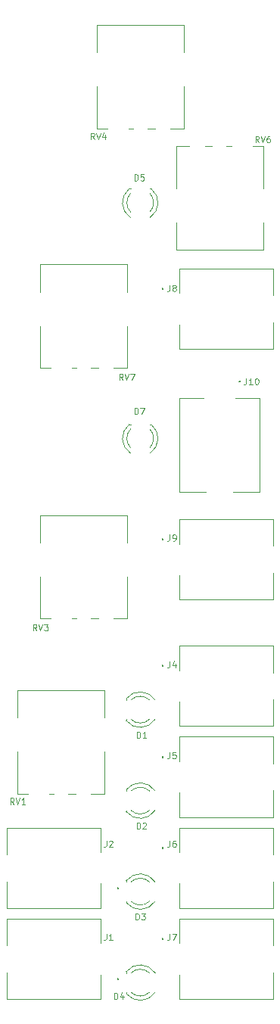
<source format=gbr>
G04 #@! TF.GenerationSoftware,KiCad,Pcbnew,(5.1.5)-3*
G04 #@! TF.CreationDate,2020-07-23T18:35:05-07:00*
G04 #@! TF.ProjectId,vcf-20,7663662d-3230-42e6-9b69-6361645f7063,rev?*
G04 #@! TF.SameCoordinates,Original*
G04 #@! TF.FileFunction,Legend,Top*
G04 #@! TF.FilePolarity,Positive*
%FSLAX46Y46*%
G04 Gerber Fmt 4.6, Leading zero omitted, Abs format (unit mm)*
G04 Created by KiCad (PCBNEW (5.1.5)-3) date 2020-07-23 18:35:05*
%MOMM*%
%LPD*%
G04 APERTURE LIST*
%ADD10C,0.120000*%
%ADD11C,0.200000*%
%ADD12C,0.100000*%
G04 APERTURE END LIST*
D10*
X16281130Y-108628837D02*
G75*
G02X14199039Y-108629000I-1041130J1079837D01*
G01*
X16281130Y-106469163D02*
G75*
G03X14199039Y-106469000I-1041130J-1079837D01*
G01*
X16912335Y-108627608D02*
G75*
G02X13680000Y-108784516I-1672335J1078608D01*
G01*
X16912335Y-106470392D02*
G75*
G03X13680000Y-106313484I-1672335J-1078608D01*
G01*
X13680000Y-108629000D02*
X13680000Y-108785000D01*
X13680000Y-106313000D02*
X13680000Y-106469000D01*
D11*
X17740000Y-112880000D02*
G75*
G02X17740000Y-112780000I0J50000D01*
G01*
X17740000Y-112780000D02*
G75*
G02X17740000Y-112880000I0J-50000D01*
G01*
X17740000Y-112880000D02*
G75*
G02X17740000Y-112780000I0J50000D01*
G01*
X17740000Y-112780000D02*
X17740000Y-112780000D01*
X17740000Y-112880000D02*
X17740000Y-112880000D01*
X17740000Y-112780000D02*
X17740000Y-112780000D01*
D12*
X30120000Y-119580000D02*
X30120000Y-119580000D01*
X30120000Y-116580000D02*
X30120000Y-119580000D01*
X30120000Y-116580000D02*
X30120000Y-116580000D01*
X30120000Y-119580000D02*
X30120000Y-116580000D01*
X30120000Y-119580000D02*
X19620000Y-119580000D01*
X30120000Y-119580000D02*
X30120000Y-119580000D01*
X19620000Y-119580000D02*
X30120000Y-119580000D01*
X19620000Y-119580000D02*
X19620000Y-119580000D01*
X19640000Y-116830000D02*
X19640000Y-116830000D01*
X19640000Y-119580000D02*
X19640000Y-116830000D01*
X19640000Y-119580000D02*
X19640000Y-119580000D01*
X19640000Y-116830000D02*
X19640000Y-119580000D01*
X19620000Y-110580000D02*
X19620000Y-110580000D01*
X19620000Y-113330000D02*
X19620000Y-110580000D01*
X19620000Y-113330000D02*
X19620000Y-113330000D01*
X19620000Y-110580000D02*
X19620000Y-113330000D01*
X19620000Y-110580000D02*
X30120000Y-110580000D01*
X19620000Y-110580000D02*
X19620000Y-110580000D01*
X30120000Y-110580000D02*
X19620000Y-110580000D01*
X30120000Y-110580000D02*
X30120000Y-110580000D01*
X30120000Y-113580000D02*
X30120000Y-113580000D01*
X30120000Y-110580000D02*
X30120000Y-113580000D01*
X30120000Y-110580000D02*
X30120000Y-110580000D01*
X30120000Y-113580000D02*
X30120000Y-110580000D01*
D10*
X10550000Y-77010400D02*
X9720000Y-77010400D01*
X8100000Y-77010400D02*
X7570000Y-77010400D01*
X5200000Y-77010400D02*
X4020000Y-77010400D01*
X13760000Y-77010400D02*
X13760000Y-72290400D01*
X4020000Y-68480400D02*
X4020000Y-65420400D01*
X4010000Y-77010400D02*
X4010000Y-72290400D01*
X13760000Y-68480400D02*
X13760000Y-65420400D01*
X13760000Y-77010400D02*
X12270000Y-77010400D01*
X13760000Y-65420400D02*
X4020000Y-65420400D01*
D11*
X12730000Y-107100000D02*
G75*
G02X12730000Y-107200000I0J-50000D01*
G01*
X12730000Y-107200000D02*
G75*
G02X12730000Y-107100000I0J50000D01*
G01*
X12730000Y-107100000D02*
G75*
G02X12730000Y-107200000I0J-50000D01*
G01*
X12730000Y-107200000D02*
X12730000Y-107200000D01*
X12730000Y-107100000D02*
X12730000Y-107100000D01*
X12730000Y-107200000D02*
X12730000Y-107200000D01*
D12*
X350000Y-100400000D02*
X350000Y-100400000D01*
X350000Y-103400000D02*
X350000Y-100400000D01*
X350000Y-103400000D02*
X350000Y-103400000D01*
X350000Y-100400000D02*
X350000Y-103400000D01*
X350000Y-100400000D02*
X10850000Y-100400000D01*
X350000Y-100400000D02*
X350000Y-100400000D01*
X10850000Y-100400000D02*
X350000Y-100400000D01*
X10850000Y-100400000D02*
X10850000Y-100400000D01*
X10830000Y-103150000D02*
X10830000Y-103150000D01*
X10830000Y-100400000D02*
X10830000Y-103150000D01*
X10830000Y-100400000D02*
X10830000Y-100400000D01*
X10830000Y-103150000D02*
X10830000Y-100400000D01*
X10850000Y-109400000D02*
X10850000Y-109400000D01*
X10850000Y-106650000D02*
X10850000Y-109400000D01*
X10850000Y-106650000D02*
X10850000Y-106650000D01*
X10850000Y-109400000D02*
X10850000Y-106650000D01*
X10850000Y-109400000D02*
X350000Y-109400000D01*
X10850000Y-109400000D02*
X10850000Y-109400000D01*
X350000Y-109400000D02*
X10850000Y-109400000D01*
X350000Y-109400000D02*
X350000Y-109400000D01*
X350000Y-106400000D02*
X350000Y-106400000D01*
X350000Y-109400000D02*
X350000Y-106400000D01*
X350000Y-109400000D02*
X350000Y-109400000D01*
X350000Y-106400000D02*
X350000Y-109400000D01*
D11*
X26320000Y-50470000D02*
G75*
G02X26420000Y-50470000I50000J0D01*
G01*
X26420000Y-50470000D02*
G75*
G02X26320000Y-50470000I-50000J0D01*
G01*
X26320000Y-50470000D02*
G75*
G02X26420000Y-50470000I50000J0D01*
G01*
X26420000Y-50470000D02*
X26420000Y-50470000D01*
X26320000Y-50470000D02*
X26320000Y-50470000D01*
X26420000Y-50470000D02*
X26420000Y-50470000D01*
D12*
X19620000Y-62850000D02*
X19620000Y-62850000D01*
X22620000Y-62850000D02*
X19620000Y-62850000D01*
X22620000Y-62850000D02*
X22620000Y-62850000D01*
X19620000Y-62850000D02*
X22620000Y-62850000D01*
X19620000Y-62850000D02*
X19620000Y-52350000D01*
X19620000Y-62850000D02*
X19620000Y-62850000D01*
X19620000Y-52350000D02*
X19620000Y-62850000D01*
X19620000Y-52350000D02*
X19620000Y-52350000D01*
X22370000Y-52370000D02*
X22370000Y-52370000D01*
X19620000Y-52370000D02*
X22370000Y-52370000D01*
X19620000Y-52370000D02*
X19620000Y-52370000D01*
X22370000Y-52370000D02*
X19620000Y-52370000D01*
X28620000Y-52350000D02*
X28620000Y-52350000D01*
X25870000Y-52350000D02*
X28620000Y-52350000D01*
X25870000Y-52350000D02*
X25870000Y-52350000D01*
X28620000Y-52350000D02*
X25870000Y-52350000D01*
X28620000Y-52350000D02*
X28620000Y-62850000D01*
X28620000Y-52350000D02*
X28620000Y-52350000D01*
X28620000Y-62850000D02*
X28620000Y-52350000D01*
X28620000Y-62850000D02*
X28620000Y-62850000D01*
X25620000Y-62850000D02*
X25620000Y-62850000D01*
X28620000Y-62850000D02*
X25620000Y-62850000D01*
X28620000Y-62850000D02*
X28620000Y-62850000D01*
X25620000Y-62850000D02*
X28620000Y-62850000D01*
D10*
X10550000Y-48980000D02*
X9720000Y-48980000D01*
X8100000Y-48980000D02*
X7570000Y-48980000D01*
X5200000Y-48980000D02*
X4020000Y-48980000D01*
X13760000Y-48980000D02*
X13760000Y-44260000D01*
X4020000Y-40450000D02*
X4020000Y-37390000D01*
X4010000Y-48980000D02*
X4010000Y-44260000D01*
X13760000Y-40450000D02*
X13760000Y-37390000D01*
X13760000Y-48980000D02*
X12270000Y-48980000D01*
X13760000Y-37390000D02*
X4020000Y-37390000D01*
X14160163Y-57886330D02*
G75*
G02X14160000Y-55804239I1079837J1041130D01*
G01*
X16319837Y-57886330D02*
G75*
G03X16320000Y-55804239I-1079837J1041130D01*
G01*
X14161392Y-58517535D02*
G75*
G02X14004484Y-55285200I1078608J1672335D01*
G01*
X16318608Y-58517535D02*
G75*
G03X16475516Y-55285200I-1078608J1672335D01*
G01*
X14160000Y-55285200D02*
X14004000Y-55285200D01*
X16476000Y-55285200D02*
X16320000Y-55285200D01*
X16281130Y-118808837D02*
G75*
G02X14199039Y-118809000I-1041130J1079837D01*
G01*
X16281130Y-116649163D02*
G75*
G03X14199039Y-116649000I-1041130J-1079837D01*
G01*
X16912335Y-118807608D02*
G75*
G02X13680000Y-118964516I-1672335J1078608D01*
G01*
X16912335Y-116650392D02*
G75*
G03X13680000Y-116493484I-1672335J-1078608D01*
G01*
X13680000Y-118809000D02*
X13680000Y-118965000D01*
X13680000Y-116493000D02*
X13680000Y-116649000D01*
X16281130Y-98448837D02*
G75*
G02X14199039Y-98449000I-1041130J1079837D01*
G01*
X16281130Y-96289163D02*
G75*
G03X14199039Y-96289000I-1041130J-1079837D01*
G01*
X16912335Y-98447608D02*
G75*
G02X13680000Y-98604516I-1672335J1078608D01*
G01*
X16912335Y-96290392D02*
G75*
G03X13680000Y-96133484I-1672335J-1078608D01*
G01*
X13680000Y-98449000D02*
X13680000Y-98605000D01*
X13680000Y-96133000D02*
X13680000Y-96289000D01*
X16281130Y-88268837D02*
G75*
G02X14199039Y-88269000I-1041130J1079837D01*
G01*
X16281130Y-86109163D02*
G75*
G03X14199039Y-86109000I-1041130J-1079837D01*
G01*
X16912335Y-88267608D02*
G75*
G02X13680000Y-88424516I-1672335J1078608D01*
G01*
X16912335Y-86110392D02*
G75*
G03X13680000Y-85953484I-1672335J-1078608D01*
G01*
X13680000Y-88269000D02*
X13680000Y-88425000D01*
X13680000Y-85953000D02*
X13680000Y-86109000D01*
X14160000Y-28920000D02*
X14004000Y-28920000D01*
X16476000Y-28920000D02*
X16320000Y-28920000D01*
X14160163Y-31521130D02*
G75*
G02X14160000Y-29439039I1079837J1041130D01*
G01*
X16319837Y-31521130D02*
G75*
G03X16320000Y-29439039I-1079837J1041130D01*
G01*
X14161392Y-32152335D02*
G75*
G02X14004484Y-28920000I1078608J1672335D01*
G01*
X16318608Y-32152335D02*
G75*
G03X16475516Y-28920000I-1078608J1672335D01*
G01*
X22460000Y-24160000D02*
X23290000Y-24160000D01*
X24910000Y-24160000D02*
X25440000Y-24160000D01*
X27810000Y-24160000D02*
X28990000Y-24160000D01*
X19250000Y-24160000D02*
X19250000Y-28880000D01*
X28990000Y-32690000D02*
X28990000Y-35750000D01*
X29000000Y-24160000D02*
X29000000Y-28880000D01*
X19250000Y-32690000D02*
X19250000Y-35750000D01*
X19250000Y-24160000D02*
X20740000Y-24160000D01*
X19250000Y-35750000D02*
X28990000Y-35750000D01*
X16900000Y-22179800D02*
X16070000Y-22179800D01*
X14450000Y-22179800D02*
X13920000Y-22179800D01*
X11550000Y-22179800D02*
X10370000Y-22179800D01*
X20110000Y-22179800D02*
X20110000Y-17459800D01*
X10370000Y-13649800D02*
X10370000Y-10589800D01*
X10360000Y-22179800D02*
X10360000Y-17459800D01*
X20110000Y-13649800D02*
X20110000Y-10589800D01*
X20110000Y-22179800D02*
X18620000Y-22179800D01*
X20110000Y-10589800D02*
X10370000Y-10589800D01*
X8010000Y-96580000D02*
X7180000Y-96580000D01*
X5560000Y-96580000D02*
X5030000Y-96580000D01*
X2660000Y-96580000D02*
X1480000Y-96580000D01*
X11220000Y-96580000D02*
X11220000Y-91860000D01*
X1480000Y-88050000D02*
X1480000Y-84990000D01*
X1470000Y-96580000D02*
X1470000Y-91860000D01*
X11220000Y-88050000D02*
X11220000Y-84990000D01*
X11220000Y-96580000D02*
X9730000Y-96580000D01*
X11220000Y-84990000D02*
X1480000Y-84990000D01*
D11*
X17740000Y-68190000D02*
G75*
G02X17740000Y-68090000I0J50000D01*
G01*
X17740000Y-68090000D02*
G75*
G02X17740000Y-68190000I0J-50000D01*
G01*
X17740000Y-68190000D02*
G75*
G02X17740000Y-68090000I0J50000D01*
G01*
X17740000Y-68090000D02*
X17740000Y-68090000D01*
X17740000Y-68190000D02*
X17740000Y-68190000D01*
X17740000Y-68090000D02*
X17740000Y-68090000D01*
D12*
X30120000Y-74890000D02*
X30120000Y-74890000D01*
X30120000Y-71890000D02*
X30120000Y-74890000D01*
X30120000Y-71890000D02*
X30120000Y-71890000D01*
X30120000Y-74890000D02*
X30120000Y-71890000D01*
X30120000Y-74890000D02*
X19620000Y-74890000D01*
X30120000Y-74890000D02*
X30120000Y-74890000D01*
X19620000Y-74890000D02*
X30120000Y-74890000D01*
X19620000Y-74890000D02*
X19620000Y-74890000D01*
X19640000Y-72140000D02*
X19640000Y-72140000D01*
X19640000Y-74890000D02*
X19640000Y-72140000D01*
X19640000Y-74890000D02*
X19640000Y-74890000D01*
X19640000Y-72140000D02*
X19640000Y-74890000D01*
X19620000Y-65890000D02*
X19620000Y-65890000D01*
X19620000Y-68640000D02*
X19620000Y-65890000D01*
X19620000Y-68640000D02*
X19620000Y-68640000D01*
X19620000Y-65890000D02*
X19620000Y-68640000D01*
X19620000Y-65890000D02*
X30120000Y-65890000D01*
X19620000Y-65890000D02*
X19620000Y-65890000D01*
X30120000Y-65890000D02*
X19620000Y-65890000D01*
X30120000Y-65890000D02*
X30120000Y-65890000D01*
X30120000Y-68890000D02*
X30120000Y-68890000D01*
X30120000Y-65890000D02*
X30120000Y-68890000D01*
X30120000Y-65890000D02*
X30120000Y-65890000D01*
X30120000Y-68890000D02*
X30120000Y-65890000D01*
D11*
X17740000Y-40160000D02*
G75*
G02X17740000Y-40060000I0J50000D01*
G01*
X17740000Y-40060000D02*
G75*
G02X17740000Y-40160000I0J-50000D01*
G01*
X17740000Y-40160000D02*
G75*
G02X17740000Y-40060000I0J50000D01*
G01*
X17740000Y-40060000D02*
X17740000Y-40060000D01*
X17740000Y-40160000D02*
X17740000Y-40160000D01*
X17740000Y-40060000D02*
X17740000Y-40060000D01*
D12*
X30120000Y-46860000D02*
X30120000Y-46860000D01*
X30120000Y-43860000D02*
X30120000Y-46860000D01*
X30120000Y-43860000D02*
X30120000Y-43860000D01*
X30120000Y-46860000D02*
X30120000Y-43860000D01*
X30120000Y-46860000D02*
X19620000Y-46860000D01*
X30120000Y-46860000D02*
X30120000Y-46860000D01*
X19620000Y-46860000D02*
X30120000Y-46860000D01*
X19620000Y-46860000D02*
X19620000Y-46860000D01*
X19640000Y-44110000D02*
X19640000Y-44110000D01*
X19640000Y-46860000D02*
X19640000Y-44110000D01*
X19640000Y-46860000D02*
X19640000Y-46860000D01*
X19640000Y-44110000D02*
X19640000Y-46860000D01*
X19620000Y-37860000D02*
X19620000Y-37860000D01*
X19620000Y-40610000D02*
X19620000Y-37860000D01*
X19620000Y-40610000D02*
X19620000Y-40610000D01*
X19620000Y-37860000D02*
X19620000Y-40610000D01*
X19620000Y-37860000D02*
X30120000Y-37860000D01*
X19620000Y-37860000D02*
X19620000Y-37860000D01*
X30120000Y-37860000D02*
X19620000Y-37860000D01*
X30120000Y-37860000D02*
X30120000Y-37860000D01*
X30120000Y-40860000D02*
X30120000Y-40860000D01*
X30120000Y-37860000D02*
X30120000Y-40860000D01*
X30120000Y-37860000D02*
X30120000Y-37860000D01*
X30120000Y-40860000D02*
X30120000Y-37860000D01*
D11*
X17740000Y-102700000D02*
G75*
G02X17740000Y-102600000I0J50000D01*
G01*
X17740000Y-102600000D02*
G75*
G02X17740000Y-102700000I0J-50000D01*
G01*
X17740000Y-102700000D02*
G75*
G02X17740000Y-102600000I0J50000D01*
G01*
X17740000Y-102600000D02*
X17740000Y-102600000D01*
X17740000Y-102700000D02*
X17740000Y-102700000D01*
X17740000Y-102600000D02*
X17740000Y-102600000D01*
D12*
X30120000Y-109400000D02*
X30120000Y-109400000D01*
X30120000Y-106400000D02*
X30120000Y-109400000D01*
X30120000Y-106400000D02*
X30120000Y-106400000D01*
X30120000Y-109400000D02*
X30120000Y-106400000D01*
X30120000Y-109400000D02*
X19620000Y-109400000D01*
X30120000Y-109400000D02*
X30120000Y-109400000D01*
X19620000Y-109400000D02*
X30120000Y-109400000D01*
X19620000Y-109400000D02*
X19620000Y-109400000D01*
X19640000Y-106650000D02*
X19640000Y-106650000D01*
X19640000Y-109400000D02*
X19640000Y-106650000D01*
X19640000Y-109400000D02*
X19640000Y-109400000D01*
X19640000Y-106650000D02*
X19640000Y-109400000D01*
X19620000Y-100400000D02*
X19620000Y-100400000D01*
X19620000Y-103150000D02*
X19620000Y-100400000D01*
X19620000Y-103150000D02*
X19620000Y-103150000D01*
X19620000Y-100400000D02*
X19620000Y-103150000D01*
X19620000Y-100400000D02*
X30120000Y-100400000D01*
X19620000Y-100400000D02*
X19620000Y-100400000D01*
X30120000Y-100400000D02*
X19620000Y-100400000D01*
X30120000Y-100400000D02*
X30120000Y-100400000D01*
X30120000Y-103400000D02*
X30120000Y-103400000D01*
X30120000Y-100400000D02*
X30120000Y-103400000D01*
X30120000Y-100400000D02*
X30120000Y-100400000D01*
X30120000Y-103400000D02*
X30120000Y-100400000D01*
D11*
X17740000Y-92520000D02*
G75*
G02X17740000Y-92420000I0J50000D01*
G01*
X17740000Y-92420000D02*
G75*
G02X17740000Y-92520000I0J-50000D01*
G01*
X17740000Y-92520000D02*
G75*
G02X17740000Y-92420000I0J50000D01*
G01*
X17740000Y-92420000D02*
X17740000Y-92420000D01*
X17740000Y-92520000D02*
X17740000Y-92520000D01*
X17740000Y-92420000D02*
X17740000Y-92420000D01*
D12*
X30120000Y-99220000D02*
X30120000Y-99220000D01*
X30120000Y-96220000D02*
X30120000Y-99220000D01*
X30120000Y-96220000D02*
X30120000Y-96220000D01*
X30120000Y-99220000D02*
X30120000Y-96220000D01*
X30120000Y-99220000D02*
X19620000Y-99220000D01*
X30120000Y-99220000D02*
X30120000Y-99220000D01*
X19620000Y-99220000D02*
X30120000Y-99220000D01*
X19620000Y-99220000D02*
X19620000Y-99220000D01*
X19640000Y-96470000D02*
X19640000Y-96470000D01*
X19640000Y-99220000D02*
X19640000Y-96470000D01*
X19640000Y-99220000D02*
X19640000Y-99220000D01*
X19640000Y-96470000D02*
X19640000Y-99220000D01*
X19620000Y-90220000D02*
X19620000Y-90220000D01*
X19620000Y-92970000D02*
X19620000Y-90220000D01*
X19620000Y-92970000D02*
X19620000Y-92970000D01*
X19620000Y-90220000D02*
X19620000Y-92970000D01*
X19620000Y-90220000D02*
X30120000Y-90220000D01*
X19620000Y-90220000D02*
X19620000Y-90220000D01*
X30120000Y-90220000D02*
X19620000Y-90220000D01*
X30120000Y-90220000D02*
X30120000Y-90220000D01*
X30120000Y-93220000D02*
X30120000Y-93220000D01*
X30120000Y-90220000D02*
X30120000Y-93220000D01*
X30120000Y-90220000D02*
X30120000Y-90220000D01*
X30120000Y-93220000D02*
X30120000Y-90220000D01*
D11*
X12730000Y-117280000D02*
G75*
G02X12730000Y-117380000I0J-50000D01*
G01*
X12730000Y-117380000D02*
G75*
G02X12730000Y-117280000I0J50000D01*
G01*
X12730000Y-117280000D02*
G75*
G02X12730000Y-117380000I0J-50000D01*
G01*
X12730000Y-117380000D02*
X12730000Y-117380000D01*
X12730000Y-117280000D02*
X12730000Y-117280000D01*
X12730000Y-117380000D02*
X12730000Y-117380000D01*
D12*
X350000Y-110580000D02*
X350000Y-110580000D01*
X350000Y-113580000D02*
X350000Y-110580000D01*
X350000Y-113580000D02*
X350000Y-113580000D01*
X350000Y-110580000D02*
X350000Y-113580000D01*
X350000Y-110580000D02*
X10850000Y-110580000D01*
X350000Y-110580000D02*
X350000Y-110580000D01*
X10850000Y-110580000D02*
X350000Y-110580000D01*
X10850000Y-110580000D02*
X10850000Y-110580000D01*
X10830000Y-113330000D02*
X10830000Y-113330000D01*
X10830000Y-110580000D02*
X10830000Y-113330000D01*
X10830000Y-110580000D02*
X10830000Y-110580000D01*
X10830000Y-113330000D02*
X10830000Y-110580000D01*
X10850000Y-119580000D02*
X10850000Y-119580000D01*
X10850000Y-116830000D02*
X10850000Y-119580000D01*
X10850000Y-116830000D02*
X10850000Y-116830000D01*
X10850000Y-119580000D02*
X10850000Y-116830000D01*
X10850000Y-119580000D02*
X350000Y-119580000D01*
X10850000Y-119580000D02*
X10850000Y-119580000D01*
X350000Y-119580000D02*
X10850000Y-119580000D01*
X350000Y-119580000D02*
X350000Y-119580000D01*
X350000Y-116580000D02*
X350000Y-116580000D01*
X350000Y-119580000D02*
X350000Y-116580000D01*
X350000Y-119580000D02*
X350000Y-119580000D01*
X350000Y-116580000D02*
X350000Y-119580000D01*
D11*
X17740000Y-82340000D02*
G75*
G02X17740000Y-82240000I0J50000D01*
G01*
X17740000Y-82240000D02*
G75*
G02X17740000Y-82340000I0J-50000D01*
G01*
X17740000Y-82340000D02*
G75*
G02X17740000Y-82240000I0J50000D01*
G01*
X17740000Y-82240000D02*
X17740000Y-82240000D01*
X17740000Y-82340000D02*
X17740000Y-82340000D01*
X17740000Y-82240000D02*
X17740000Y-82240000D01*
D12*
X30120000Y-89040000D02*
X30120000Y-89040000D01*
X30120000Y-86040000D02*
X30120000Y-89040000D01*
X30120000Y-86040000D02*
X30120000Y-86040000D01*
X30120000Y-89040000D02*
X30120000Y-86040000D01*
X30120000Y-89040000D02*
X19620000Y-89040000D01*
X30120000Y-89040000D02*
X30120000Y-89040000D01*
X19620000Y-89040000D02*
X30120000Y-89040000D01*
X19620000Y-89040000D02*
X19620000Y-89040000D01*
X19640000Y-86290000D02*
X19640000Y-86290000D01*
X19640000Y-89040000D02*
X19640000Y-86290000D01*
X19640000Y-89040000D02*
X19640000Y-89040000D01*
X19640000Y-86290000D02*
X19640000Y-89040000D01*
X19620000Y-80040000D02*
X19620000Y-80040000D01*
X19620000Y-82790000D02*
X19620000Y-80040000D01*
X19620000Y-82790000D02*
X19620000Y-82790000D01*
X19620000Y-80040000D02*
X19620000Y-82790000D01*
X19620000Y-80040000D02*
X30120000Y-80040000D01*
X19620000Y-80040000D02*
X19620000Y-80040000D01*
X30120000Y-80040000D02*
X19620000Y-80040000D01*
X30120000Y-80040000D02*
X30120000Y-80040000D01*
X30120000Y-83040000D02*
X30120000Y-83040000D01*
X30120000Y-80040000D02*
X30120000Y-83040000D01*
X30120000Y-80040000D02*
X30120000Y-80040000D01*
X30120000Y-83040000D02*
X30120000Y-80040000D01*
X14723333Y-110679666D02*
X14723333Y-109979666D01*
X14890000Y-109979666D01*
X14990000Y-110013000D01*
X15056666Y-110079666D01*
X15090000Y-110146333D01*
X15123333Y-110279666D01*
X15123333Y-110379666D01*
X15090000Y-110513000D01*
X15056666Y-110579666D01*
X14990000Y-110646333D01*
X14890000Y-110679666D01*
X14723333Y-110679666D01*
X15356666Y-109979666D02*
X15790000Y-109979666D01*
X15556666Y-110246333D01*
X15656666Y-110246333D01*
X15723333Y-110279666D01*
X15756666Y-110313000D01*
X15790000Y-110379666D01*
X15790000Y-110546333D01*
X15756666Y-110613000D01*
X15723333Y-110646333D01*
X15656666Y-110679666D01*
X15456666Y-110679666D01*
X15390000Y-110646333D01*
X15356666Y-110613000D01*
X18549666Y-112263666D02*
X18549666Y-112763666D01*
X18516333Y-112863666D01*
X18449666Y-112930333D01*
X18349666Y-112963666D01*
X18283000Y-112963666D01*
X18816333Y-112263666D02*
X19283000Y-112263666D01*
X18983000Y-112963666D01*
X3647333Y-78334066D02*
X3414000Y-78000733D01*
X3247333Y-78334066D02*
X3247333Y-77634066D01*
X3514000Y-77634066D01*
X3580666Y-77667400D01*
X3614000Y-77700733D01*
X3647333Y-77767400D01*
X3647333Y-77867400D01*
X3614000Y-77934066D01*
X3580666Y-77967400D01*
X3514000Y-78000733D01*
X3247333Y-78000733D01*
X3847333Y-77634066D02*
X4080666Y-78334066D01*
X4314000Y-77634066D01*
X4480666Y-77634066D02*
X4914000Y-77634066D01*
X4680666Y-77900733D01*
X4780666Y-77900733D01*
X4847333Y-77934066D01*
X4880666Y-77967400D01*
X4914000Y-78034066D01*
X4914000Y-78200733D01*
X4880666Y-78267400D01*
X4847333Y-78300733D01*
X4780666Y-78334066D01*
X4580666Y-78334066D01*
X4514000Y-78300733D01*
X4480666Y-78267400D01*
X11453666Y-101849666D02*
X11453666Y-102349666D01*
X11420333Y-102449666D01*
X11353666Y-102516333D01*
X11253666Y-102549666D01*
X11187000Y-102549666D01*
X11753666Y-101916333D02*
X11787000Y-101883000D01*
X11853666Y-101849666D01*
X12020333Y-101849666D01*
X12087000Y-101883000D01*
X12120333Y-101916333D01*
X12153666Y-101983000D01*
X12153666Y-102049666D01*
X12120333Y-102149666D01*
X11720333Y-102549666D01*
X12153666Y-102549666D01*
X27109333Y-50116666D02*
X27109333Y-50616666D01*
X27076000Y-50716666D01*
X27009333Y-50783333D01*
X26909333Y-50816666D01*
X26842666Y-50816666D01*
X27809333Y-50816666D02*
X27409333Y-50816666D01*
X27609333Y-50816666D02*
X27609333Y-50116666D01*
X27542666Y-50216666D01*
X27476000Y-50283333D01*
X27409333Y-50316666D01*
X28242666Y-50116666D02*
X28309333Y-50116666D01*
X28376000Y-50150000D01*
X28409333Y-50183333D01*
X28442666Y-50250000D01*
X28476000Y-50383333D01*
X28476000Y-50550000D01*
X28442666Y-50683333D01*
X28409333Y-50750000D01*
X28376000Y-50783333D01*
X28309333Y-50816666D01*
X28242666Y-50816666D01*
X28176000Y-50783333D01*
X28142666Y-50750000D01*
X28109333Y-50683333D01*
X28076000Y-50550000D01*
X28076000Y-50383333D01*
X28109333Y-50250000D01*
X28142666Y-50183333D01*
X28176000Y-50150000D01*
X28242666Y-50116666D01*
X13299333Y-50296666D02*
X13066000Y-49963333D01*
X12899333Y-50296666D02*
X12899333Y-49596666D01*
X13166000Y-49596666D01*
X13232666Y-49630000D01*
X13266000Y-49663333D01*
X13299333Y-49730000D01*
X13299333Y-49830000D01*
X13266000Y-49896666D01*
X13232666Y-49930000D01*
X13166000Y-49963333D01*
X12899333Y-49963333D01*
X13499333Y-49596666D02*
X13732666Y-50296666D01*
X13966000Y-49596666D01*
X14132666Y-49596666D02*
X14599333Y-49596666D01*
X14299333Y-50296666D01*
X14596333Y-54113866D02*
X14596333Y-53413866D01*
X14763000Y-53413866D01*
X14863000Y-53447200D01*
X14929666Y-53513866D01*
X14963000Y-53580533D01*
X14996333Y-53713866D01*
X14996333Y-53813866D01*
X14963000Y-53947200D01*
X14929666Y-54013866D01*
X14863000Y-54080533D01*
X14763000Y-54113866D01*
X14596333Y-54113866D01*
X15229666Y-53413866D02*
X15696333Y-53413866D01*
X15396333Y-54113866D01*
X12310333Y-119569666D02*
X12310333Y-118869666D01*
X12477000Y-118869666D01*
X12577000Y-118903000D01*
X12643666Y-118969666D01*
X12677000Y-119036333D01*
X12710333Y-119169666D01*
X12710333Y-119269666D01*
X12677000Y-119403000D01*
X12643666Y-119469666D01*
X12577000Y-119536333D01*
X12477000Y-119569666D01*
X12310333Y-119569666D01*
X13310333Y-119103000D02*
X13310333Y-119569666D01*
X13143666Y-118836333D02*
X12977000Y-119336333D01*
X13410333Y-119336333D01*
X14850333Y-100519666D02*
X14850333Y-99819666D01*
X15017000Y-99819666D01*
X15117000Y-99853000D01*
X15183666Y-99919666D01*
X15217000Y-99986333D01*
X15250333Y-100119666D01*
X15250333Y-100219666D01*
X15217000Y-100353000D01*
X15183666Y-100419666D01*
X15117000Y-100486333D01*
X15017000Y-100519666D01*
X14850333Y-100519666D01*
X15517000Y-99886333D02*
X15550333Y-99853000D01*
X15617000Y-99819666D01*
X15783666Y-99819666D01*
X15850333Y-99853000D01*
X15883666Y-99886333D01*
X15917000Y-99953000D01*
X15917000Y-100019666D01*
X15883666Y-100119666D01*
X15483666Y-100519666D01*
X15917000Y-100519666D01*
X14850333Y-90359666D02*
X14850333Y-89659666D01*
X15017000Y-89659666D01*
X15117000Y-89693000D01*
X15183666Y-89759666D01*
X15217000Y-89826333D01*
X15250333Y-89959666D01*
X15250333Y-90059666D01*
X15217000Y-90193000D01*
X15183666Y-90259666D01*
X15117000Y-90326333D01*
X15017000Y-90359666D01*
X14850333Y-90359666D01*
X15917000Y-90359666D02*
X15517000Y-90359666D01*
X15717000Y-90359666D02*
X15717000Y-89659666D01*
X15650333Y-89759666D01*
X15583666Y-89826333D01*
X15517000Y-89859666D01*
X14596333Y-28002666D02*
X14596333Y-27302666D01*
X14763000Y-27302666D01*
X14863000Y-27336000D01*
X14929666Y-27402666D01*
X14963000Y-27469333D01*
X14996333Y-27602666D01*
X14996333Y-27702666D01*
X14963000Y-27836000D01*
X14929666Y-27902666D01*
X14863000Y-27969333D01*
X14763000Y-28002666D01*
X14596333Y-28002666D01*
X15629666Y-27302666D02*
X15296333Y-27302666D01*
X15263000Y-27636000D01*
X15296333Y-27602666D01*
X15363000Y-27569333D01*
X15529666Y-27569333D01*
X15596333Y-27602666D01*
X15629666Y-27636000D01*
X15663000Y-27702666D01*
X15663000Y-27869333D01*
X15629666Y-27936000D01*
X15596333Y-27969333D01*
X15529666Y-28002666D01*
X15363000Y-28002666D01*
X15296333Y-27969333D01*
X15263000Y-27936000D01*
X28529333Y-23723666D02*
X28296000Y-23390333D01*
X28129333Y-23723666D02*
X28129333Y-23023666D01*
X28396000Y-23023666D01*
X28462666Y-23057000D01*
X28496000Y-23090333D01*
X28529333Y-23157000D01*
X28529333Y-23257000D01*
X28496000Y-23323666D01*
X28462666Y-23357000D01*
X28396000Y-23390333D01*
X28129333Y-23390333D01*
X28729333Y-23023666D02*
X28962666Y-23723666D01*
X29196000Y-23023666D01*
X29729333Y-23023666D02*
X29596000Y-23023666D01*
X29529333Y-23057000D01*
X29496000Y-23090333D01*
X29429333Y-23190333D01*
X29396000Y-23323666D01*
X29396000Y-23590333D01*
X29429333Y-23657000D01*
X29462666Y-23690333D01*
X29529333Y-23723666D01*
X29662666Y-23723666D01*
X29729333Y-23690333D01*
X29762666Y-23657000D01*
X29796000Y-23590333D01*
X29796000Y-23423666D01*
X29762666Y-23357000D01*
X29729333Y-23323666D01*
X29662666Y-23290333D01*
X29529333Y-23290333D01*
X29462666Y-23323666D01*
X29429333Y-23357000D01*
X29396000Y-23423666D01*
X10124333Y-23376466D02*
X9891000Y-23043133D01*
X9724333Y-23376466D02*
X9724333Y-22676466D01*
X9991000Y-22676466D01*
X10057666Y-22709800D01*
X10091000Y-22743133D01*
X10124333Y-22809800D01*
X10124333Y-22909800D01*
X10091000Y-22976466D01*
X10057666Y-23009800D01*
X9991000Y-23043133D01*
X9724333Y-23043133D01*
X10324333Y-22676466D02*
X10557666Y-23376466D01*
X10791000Y-22676466D01*
X11324333Y-22909800D02*
X11324333Y-23376466D01*
X11157666Y-22643133D02*
X10991000Y-23143133D01*
X11424333Y-23143133D01*
X1107333Y-97776666D02*
X874000Y-97443333D01*
X707333Y-97776666D02*
X707333Y-97076666D01*
X974000Y-97076666D01*
X1040666Y-97110000D01*
X1074000Y-97143333D01*
X1107333Y-97210000D01*
X1107333Y-97310000D01*
X1074000Y-97376666D01*
X1040666Y-97410000D01*
X974000Y-97443333D01*
X707333Y-97443333D01*
X1307333Y-97076666D02*
X1540666Y-97776666D01*
X1773999Y-97076666D01*
X2374000Y-97776666D02*
X1974000Y-97776666D01*
X2174000Y-97776666D02*
X2174000Y-97076666D01*
X2107333Y-97176666D01*
X2040666Y-97243333D01*
X1974000Y-97276666D01*
X18549666Y-67599666D02*
X18549666Y-68099666D01*
X18516333Y-68199666D01*
X18449666Y-68266333D01*
X18349666Y-68299666D01*
X18283000Y-68299666D01*
X18916333Y-68299666D02*
X19049666Y-68299666D01*
X19116333Y-68266333D01*
X19149666Y-68233000D01*
X19216333Y-68133000D01*
X19249666Y-67999666D01*
X19249666Y-67733000D01*
X19216333Y-67666333D01*
X19183000Y-67633000D01*
X19116333Y-67599666D01*
X18983000Y-67599666D01*
X18916333Y-67633000D01*
X18883000Y-67666333D01*
X18849666Y-67733000D01*
X18849666Y-67899666D01*
X18883000Y-67966333D01*
X18916333Y-67999666D01*
X18983000Y-68033000D01*
X19116333Y-68033000D01*
X19183000Y-67999666D01*
X19216333Y-67966333D01*
X19249666Y-67899666D01*
X18552666Y-39690666D02*
X18552666Y-40190666D01*
X18519333Y-40290666D01*
X18452666Y-40357333D01*
X18352666Y-40390666D01*
X18286000Y-40390666D01*
X18986000Y-39990666D02*
X18919333Y-39957333D01*
X18886000Y-39924000D01*
X18852666Y-39857333D01*
X18852666Y-39824000D01*
X18886000Y-39757333D01*
X18919333Y-39724000D01*
X18986000Y-39690666D01*
X19119333Y-39690666D01*
X19186000Y-39724000D01*
X19219333Y-39757333D01*
X19252666Y-39824000D01*
X19252666Y-39857333D01*
X19219333Y-39924000D01*
X19186000Y-39957333D01*
X19119333Y-39990666D01*
X18986000Y-39990666D01*
X18919333Y-40024000D01*
X18886000Y-40057333D01*
X18852666Y-40124000D01*
X18852666Y-40257333D01*
X18886000Y-40324000D01*
X18919333Y-40357333D01*
X18986000Y-40390666D01*
X19119333Y-40390666D01*
X19186000Y-40357333D01*
X19219333Y-40324000D01*
X19252666Y-40257333D01*
X19252666Y-40124000D01*
X19219333Y-40057333D01*
X19186000Y-40024000D01*
X19119333Y-39990666D01*
X18549666Y-101849666D02*
X18549666Y-102349666D01*
X18516333Y-102449666D01*
X18449666Y-102516333D01*
X18349666Y-102549666D01*
X18283000Y-102549666D01*
X19183000Y-101849666D02*
X19049666Y-101849666D01*
X18983000Y-101883000D01*
X18949666Y-101916333D01*
X18883000Y-102016333D01*
X18849666Y-102149666D01*
X18849666Y-102416333D01*
X18883000Y-102483000D01*
X18916333Y-102516333D01*
X18983000Y-102549666D01*
X19116333Y-102549666D01*
X19183000Y-102516333D01*
X19216333Y-102483000D01*
X19249666Y-102416333D01*
X19249666Y-102249666D01*
X19216333Y-102183000D01*
X19183000Y-102149666D01*
X19116333Y-102116333D01*
X18983000Y-102116333D01*
X18916333Y-102149666D01*
X18883000Y-102183000D01*
X18849666Y-102249666D01*
X18549666Y-91943666D02*
X18549666Y-92443666D01*
X18516333Y-92543666D01*
X18449666Y-92610333D01*
X18349666Y-92643666D01*
X18283000Y-92643666D01*
X19216333Y-91943666D02*
X18883000Y-91943666D01*
X18849666Y-92277000D01*
X18883000Y-92243666D01*
X18949666Y-92210333D01*
X19116333Y-92210333D01*
X19183000Y-92243666D01*
X19216333Y-92277000D01*
X19249666Y-92343666D01*
X19249666Y-92510333D01*
X19216333Y-92577000D01*
X19183000Y-92610333D01*
X19116333Y-92643666D01*
X18949666Y-92643666D01*
X18883000Y-92610333D01*
X18849666Y-92577000D01*
X11453666Y-112263666D02*
X11453666Y-112763666D01*
X11420333Y-112863666D01*
X11353666Y-112930333D01*
X11253666Y-112963666D01*
X11187000Y-112963666D01*
X12153666Y-112963666D02*
X11753666Y-112963666D01*
X11953666Y-112963666D02*
X11953666Y-112263666D01*
X11887000Y-112363666D01*
X11820333Y-112430333D01*
X11753666Y-112463666D01*
X18549666Y-81783666D02*
X18549666Y-82283666D01*
X18516333Y-82383666D01*
X18449666Y-82450333D01*
X18349666Y-82483666D01*
X18283000Y-82483666D01*
X19183000Y-82017000D02*
X19183000Y-82483666D01*
X19016333Y-81750333D02*
X18849666Y-82250333D01*
X19283000Y-82250333D01*
M02*

</source>
